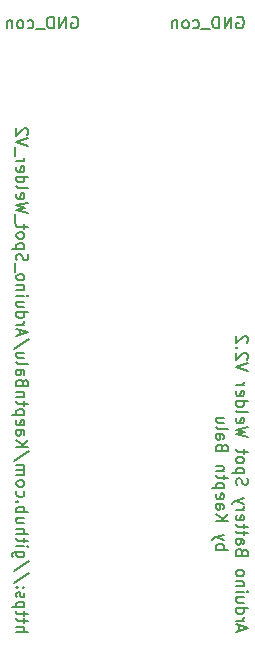
<source format=gbr>
G04 #@! TF.FileFunction,Legend,Bot*
%FSLAX46Y46*%
G04 Gerber Fmt 4.6, Leading zero omitted, Abs format (unit mm)*
G04 Created by KiCad (PCBNEW 4.0.4-stable) date 05/01/17 17:17:45*
%MOMM*%
%LPD*%
G01*
G04 APERTURE LIST*
%ADD10C,0.100000*%
%ADD11C,0.200000*%
%ADD12C,0.150000*%
G04 APERTURE END LIST*
D10*
D11*
X145797619Y-123535717D02*
X146797619Y-123535717D01*
X145797619Y-123107145D02*
X146321429Y-123107145D01*
X146416667Y-123154764D01*
X146464286Y-123250002D01*
X146464286Y-123392860D01*
X146416667Y-123488098D01*
X146369048Y-123535717D01*
X146464286Y-122773812D02*
X146464286Y-122392860D01*
X146797619Y-122630955D02*
X145940476Y-122630955D01*
X145845238Y-122583336D01*
X145797619Y-122488098D01*
X145797619Y-122392860D01*
X146464286Y-122202383D02*
X146464286Y-121821431D01*
X146797619Y-122059526D02*
X145940476Y-122059526D01*
X145845238Y-122011907D01*
X145797619Y-121916669D01*
X145797619Y-121821431D01*
X146464286Y-121488097D02*
X145464286Y-121488097D01*
X146416667Y-121488097D02*
X146464286Y-121392859D01*
X146464286Y-121202382D01*
X146416667Y-121107144D01*
X146369048Y-121059525D01*
X146273810Y-121011906D01*
X145988095Y-121011906D01*
X145892857Y-121059525D01*
X145845238Y-121107144D01*
X145797619Y-121202382D01*
X145797619Y-121392859D01*
X145845238Y-121488097D01*
X145845238Y-120630954D02*
X145797619Y-120535716D01*
X145797619Y-120345240D01*
X145845238Y-120250001D01*
X145940476Y-120202382D01*
X145988095Y-120202382D01*
X146083333Y-120250001D01*
X146130952Y-120345240D01*
X146130952Y-120488097D01*
X146178571Y-120583335D01*
X146273810Y-120630954D01*
X146321429Y-120630954D01*
X146416667Y-120583335D01*
X146464286Y-120488097D01*
X146464286Y-120345240D01*
X146416667Y-120250001D01*
X145892857Y-119773811D02*
X145845238Y-119726192D01*
X145797619Y-119773811D01*
X145845238Y-119821430D01*
X145892857Y-119773811D01*
X145797619Y-119773811D01*
X146416667Y-119773811D02*
X146369048Y-119726192D01*
X146321429Y-119773811D01*
X146369048Y-119821430D01*
X146416667Y-119773811D01*
X146321429Y-119773811D01*
X146845238Y-118583335D02*
X145559524Y-119440478D01*
X146845238Y-117535716D02*
X145559524Y-118392859D01*
X146464286Y-116773811D02*
X145654762Y-116773811D01*
X145559524Y-116821430D01*
X145511905Y-116869049D01*
X145464286Y-116964288D01*
X145464286Y-117107145D01*
X145511905Y-117202383D01*
X145845238Y-116773811D02*
X145797619Y-116869049D01*
X145797619Y-117059526D01*
X145845238Y-117154764D01*
X145892857Y-117202383D01*
X145988095Y-117250002D01*
X146273810Y-117250002D01*
X146369048Y-117202383D01*
X146416667Y-117154764D01*
X146464286Y-117059526D01*
X146464286Y-116869049D01*
X146416667Y-116773811D01*
X145797619Y-116297621D02*
X146464286Y-116297621D01*
X146797619Y-116297621D02*
X146750000Y-116345240D01*
X146702381Y-116297621D01*
X146750000Y-116250002D01*
X146797619Y-116297621D01*
X146702381Y-116297621D01*
X146464286Y-115964288D02*
X146464286Y-115583336D01*
X146797619Y-115821431D02*
X145940476Y-115821431D01*
X145845238Y-115773812D01*
X145797619Y-115678574D01*
X145797619Y-115583336D01*
X145797619Y-115250002D02*
X146797619Y-115250002D01*
X145797619Y-114821430D02*
X146321429Y-114821430D01*
X146416667Y-114869049D01*
X146464286Y-114964287D01*
X146464286Y-115107145D01*
X146416667Y-115202383D01*
X146369048Y-115250002D01*
X146464286Y-113916668D02*
X145797619Y-113916668D01*
X146464286Y-114345240D02*
X145940476Y-114345240D01*
X145845238Y-114297621D01*
X145797619Y-114202383D01*
X145797619Y-114059525D01*
X145845238Y-113964287D01*
X145892857Y-113916668D01*
X145797619Y-113440478D02*
X146797619Y-113440478D01*
X146416667Y-113440478D02*
X146464286Y-113345240D01*
X146464286Y-113154763D01*
X146416667Y-113059525D01*
X146369048Y-113011906D01*
X146273810Y-112964287D01*
X145988095Y-112964287D01*
X145892857Y-113011906D01*
X145845238Y-113059525D01*
X145797619Y-113154763D01*
X145797619Y-113345240D01*
X145845238Y-113440478D01*
X145892857Y-112535716D02*
X145845238Y-112488097D01*
X145797619Y-112535716D01*
X145845238Y-112583335D01*
X145892857Y-112535716D01*
X145797619Y-112535716D01*
X145845238Y-111630954D02*
X145797619Y-111726192D01*
X145797619Y-111916669D01*
X145845238Y-112011907D01*
X145892857Y-112059526D01*
X145988095Y-112107145D01*
X146273810Y-112107145D01*
X146369048Y-112059526D01*
X146416667Y-112011907D01*
X146464286Y-111916669D01*
X146464286Y-111726192D01*
X146416667Y-111630954D01*
X145797619Y-111059526D02*
X145845238Y-111154764D01*
X145892857Y-111202383D01*
X145988095Y-111250002D01*
X146273810Y-111250002D01*
X146369048Y-111202383D01*
X146416667Y-111154764D01*
X146464286Y-111059526D01*
X146464286Y-110916668D01*
X146416667Y-110821430D01*
X146369048Y-110773811D01*
X146273810Y-110726192D01*
X145988095Y-110726192D01*
X145892857Y-110773811D01*
X145845238Y-110821430D01*
X145797619Y-110916668D01*
X145797619Y-111059526D01*
X145797619Y-110297621D02*
X146464286Y-110297621D01*
X146369048Y-110297621D02*
X146416667Y-110250002D01*
X146464286Y-110154764D01*
X146464286Y-110011906D01*
X146416667Y-109916668D01*
X146321429Y-109869049D01*
X145797619Y-109869049D01*
X146321429Y-109869049D02*
X146416667Y-109821430D01*
X146464286Y-109726192D01*
X146464286Y-109583335D01*
X146416667Y-109488097D01*
X146321429Y-109440478D01*
X145797619Y-109440478D01*
X146845238Y-108250002D02*
X145559524Y-109107145D01*
X145797619Y-107916669D02*
X146797619Y-107916669D01*
X145797619Y-107345240D02*
X146369048Y-107773812D01*
X146797619Y-107345240D02*
X146226190Y-107916669D01*
X145797619Y-106488097D02*
X146321429Y-106488097D01*
X146416667Y-106535716D01*
X146464286Y-106630954D01*
X146464286Y-106821431D01*
X146416667Y-106916669D01*
X145845238Y-106488097D02*
X145797619Y-106583335D01*
X145797619Y-106821431D01*
X145845238Y-106916669D01*
X145940476Y-106964288D01*
X146035714Y-106964288D01*
X146130952Y-106916669D01*
X146178571Y-106821431D01*
X146178571Y-106583335D01*
X146226190Y-106488097D01*
X145845238Y-105630954D02*
X145797619Y-105726192D01*
X145797619Y-105916669D01*
X145845238Y-106011907D01*
X145940476Y-106059526D01*
X146321429Y-106059526D01*
X146416667Y-106011907D01*
X146464286Y-105916669D01*
X146464286Y-105726192D01*
X146416667Y-105630954D01*
X146321429Y-105583335D01*
X146226190Y-105583335D01*
X146130952Y-106059526D01*
X146464286Y-105154764D02*
X145464286Y-105154764D01*
X146416667Y-105154764D02*
X146464286Y-105059526D01*
X146464286Y-104869049D01*
X146416667Y-104773811D01*
X146369048Y-104726192D01*
X146273810Y-104678573D01*
X145988095Y-104678573D01*
X145892857Y-104726192D01*
X145845238Y-104773811D01*
X145797619Y-104869049D01*
X145797619Y-105059526D01*
X145845238Y-105154764D01*
X146464286Y-104392859D02*
X146464286Y-104011907D01*
X146797619Y-104250002D02*
X145940476Y-104250002D01*
X145845238Y-104202383D01*
X145797619Y-104107145D01*
X145797619Y-104011907D01*
X146464286Y-103678573D02*
X145797619Y-103678573D01*
X146369048Y-103678573D02*
X146416667Y-103630954D01*
X146464286Y-103535716D01*
X146464286Y-103392858D01*
X146416667Y-103297620D01*
X146321429Y-103250001D01*
X145797619Y-103250001D01*
X146321429Y-102440477D02*
X146273810Y-102297620D01*
X146226190Y-102250001D01*
X146130952Y-102202382D01*
X145988095Y-102202382D01*
X145892857Y-102250001D01*
X145845238Y-102297620D01*
X145797619Y-102392858D01*
X145797619Y-102773811D01*
X146797619Y-102773811D01*
X146797619Y-102440477D01*
X146750000Y-102345239D01*
X146702381Y-102297620D01*
X146607143Y-102250001D01*
X146511905Y-102250001D01*
X146416667Y-102297620D01*
X146369048Y-102345239D01*
X146321429Y-102440477D01*
X146321429Y-102773811D01*
X145797619Y-101345239D02*
X146321429Y-101345239D01*
X146416667Y-101392858D01*
X146464286Y-101488096D01*
X146464286Y-101678573D01*
X146416667Y-101773811D01*
X145845238Y-101345239D02*
X145797619Y-101440477D01*
X145797619Y-101678573D01*
X145845238Y-101773811D01*
X145940476Y-101821430D01*
X146035714Y-101821430D01*
X146130952Y-101773811D01*
X146178571Y-101678573D01*
X146178571Y-101440477D01*
X146226190Y-101345239D01*
X145797619Y-100726192D02*
X145845238Y-100821430D01*
X145940476Y-100869049D01*
X146797619Y-100869049D01*
X146464286Y-99916667D02*
X145797619Y-99916667D01*
X146464286Y-100345239D02*
X145940476Y-100345239D01*
X145845238Y-100297620D01*
X145797619Y-100202382D01*
X145797619Y-100059524D01*
X145845238Y-99964286D01*
X145892857Y-99916667D01*
X146845238Y-98726191D02*
X145559524Y-99583334D01*
X146083333Y-98440477D02*
X146083333Y-97964286D01*
X145797619Y-98535715D02*
X146797619Y-98202382D01*
X145797619Y-97869048D01*
X145797619Y-97535715D02*
X146464286Y-97535715D01*
X146273810Y-97535715D02*
X146369048Y-97488096D01*
X146416667Y-97440477D01*
X146464286Y-97345239D01*
X146464286Y-97250000D01*
X145797619Y-96488095D02*
X146797619Y-96488095D01*
X145845238Y-96488095D02*
X145797619Y-96583333D01*
X145797619Y-96773810D01*
X145845238Y-96869048D01*
X145892857Y-96916667D01*
X145988095Y-96964286D01*
X146273810Y-96964286D01*
X146369048Y-96916667D01*
X146416667Y-96869048D01*
X146464286Y-96773810D01*
X146464286Y-96583333D01*
X146416667Y-96488095D01*
X146464286Y-95583333D02*
X145797619Y-95583333D01*
X146464286Y-96011905D02*
X145940476Y-96011905D01*
X145845238Y-95964286D01*
X145797619Y-95869048D01*
X145797619Y-95726190D01*
X145845238Y-95630952D01*
X145892857Y-95583333D01*
X145797619Y-95107143D02*
X146464286Y-95107143D01*
X146797619Y-95107143D02*
X146750000Y-95154762D01*
X146702381Y-95107143D01*
X146750000Y-95059524D01*
X146797619Y-95107143D01*
X146702381Y-95107143D01*
X146464286Y-94630953D02*
X145797619Y-94630953D01*
X146369048Y-94630953D02*
X146416667Y-94583334D01*
X146464286Y-94488096D01*
X146464286Y-94345238D01*
X146416667Y-94250000D01*
X146321429Y-94202381D01*
X145797619Y-94202381D01*
X145797619Y-93583334D02*
X145845238Y-93678572D01*
X145892857Y-93726191D01*
X145988095Y-93773810D01*
X146273810Y-93773810D01*
X146369048Y-93726191D01*
X146416667Y-93678572D01*
X146464286Y-93583334D01*
X146464286Y-93440476D01*
X146416667Y-93345238D01*
X146369048Y-93297619D01*
X146273810Y-93250000D01*
X145988095Y-93250000D01*
X145892857Y-93297619D01*
X145845238Y-93345238D01*
X145797619Y-93440476D01*
X145797619Y-93583334D01*
X145702381Y-93059524D02*
X145702381Y-92297619D01*
X145845238Y-92107143D02*
X145797619Y-91964286D01*
X145797619Y-91726190D01*
X145845238Y-91630952D01*
X145892857Y-91583333D01*
X145988095Y-91535714D01*
X146083333Y-91535714D01*
X146178571Y-91583333D01*
X146226190Y-91630952D01*
X146273810Y-91726190D01*
X146321429Y-91916667D01*
X146369048Y-92011905D01*
X146416667Y-92059524D01*
X146511905Y-92107143D01*
X146607143Y-92107143D01*
X146702381Y-92059524D01*
X146750000Y-92011905D01*
X146797619Y-91916667D01*
X146797619Y-91678571D01*
X146750000Y-91535714D01*
X146464286Y-91107143D02*
X145464286Y-91107143D01*
X146416667Y-91107143D02*
X146464286Y-91011905D01*
X146464286Y-90821428D01*
X146416667Y-90726190D01*
X146369048Y-90678571D01*
X146273810Y-90630952D01*
X145988095Y-90630952D01*
X145892857Y-90678571D01*
X145845238Y-90726190D01*
X145797619Y-90821428D01*
X145797619Y-91011905D01*
X145845238Y-91107143D01*
X145797619Y-90059524D02*
X145845238Y-90154762D01*
X145892857Y-90202381D01*
X145988095Y-90250000D01*
X146273810Y-90250000D01*
X146369048Y-90202381D01*
X146416667Y-90154762D01*
X146464286Y-90059524D01*
X146464286Y-89916666D01*
X146416667Y-89821428D01*
X146369048Y-89773809D01*
X146273810Y-89726190D01*
X145988095Y-89726190D01*
X145892857Y-89773809D01*
X145845238Y-89821428D01*
X145797619Y-89916666D01*
X145797619Y-90059524D01*
X146464286Y-89440476D02*
X146464286Y-89059524D01*
X146797619Y-89297619D02*
X145940476Y-89297619D01*
X145845238Y-89250000D01*
X145797619Y-89154762D01*
X145797619Y-89059524D01*
X145702381Y-88964285D02*
X145702381Y-88202380D01*
X146797619Y-88059523D02*
X145797619Y-87821428D01*
X146511905Y-87630951D01*
X145797619Y-87440475D01*
X146797619Y-87202380D01*
X145845238Y-86440475D02*
X145797619Y-86535713D01*
X145797619Y-86726190D01*
X145845238Y-86821428D01*
X145940476Y-86869047D01*
X146321429Y-86869047D01*
X146416667Y-86821428D01*
X146464286Y-86726190D01*
X146464286Y-86535713D01*
X146416667Y-86440475D01*
X146321429Y-86392856D01*
X146226190Y-86392856D01*
X146130952Y-86869047D01*
X145797619Y-85821428D02*
X145845238Y-85916666D01*
X145940476Y-85964285D01*
X146797619Y-85964285D01*
X145797619Y-85011903D02*
X146797619Y-85011903D01*
X145845238Y-85011903D02*
X145797619Y-85107141D01*
X145797619Y-85297618D01*
X145845238Y-85392856D01*
X145892857Y-85440475D01*
X145988095Y-85488094D01*
X146273810Y-85488094D01*
X146369048Y-85440475D01*
X146416667Y-85392856D01*
X146464286Y-85297618D01*
X146464286Y-85107141D01*
X146416667Y-85011903D01*
X145845238Y-84154760D02*
X145797619Y-84249998D01*
X145797619Y-84440475D01*
X145845238Y-84535713D01*
X145940476Y-84583332D01*
X146321429Y-84583332D01*
X146416667Y-84535713D01*
X146464286Y-84440475D01*
X146464286Y-84249998D01*
X146416667Y-84154760D01*
X146321429Y-84107141D01*
X146226190Y-84107141D01*
X146130952Y-84583332D01*
X145797619Y-83678570D02*
X146464286Y-83678570D01*
X146273810Y-83678570D02*
X146369048Y-83630951D01*
X146416667Y-83583332D01*
X146464286Y-83488094D01*
X146464286Y-83392855D01*
X145702381Y-83297617D02*
X145702381Y-82535712D01*
X146797619Y-82440474D02*
X145797619Y-82107141D01*
X146797619Y-81773807D01*
X146702381Y-81488093D02*
X146750000Y-81440474D01*
X146797619Y-81345236D01*
X146797619Y-81107140D01*
X146750000Y-81011902D01*
X146702381Y-80964283D01*
X146607143Y-80916664D01*
X146511905Y-80916664D01*
X146369048Y-80964283D01*
X145797619Y-81535712D01*
X145797619Y-80916664D01*
X164683333Y-123500002D02*
X164683333Y-123023811D01*
X164397619Y-123595240D02*
X165397619Y-123261907D01*
X164397619Y-122928573D01*
X164397619Y-122595240D02*
X165064286Y-122595240D01*
X164873810Y-122595240D02*
X164969048Y-122547621D01*
X165016667Y-122500002D01*
X165064286Y-122404764D01*
X165064286Y-122309525D01*
X164397619Y-121547620D02*
X165397619Y-121547620D01*
X164445238Y-121547620D02*
X164397619Y-121642858D01*
X164397619Y-121833335D01*
X164445238Y-121928573D01*
X164492857Y-121976192D01*
X164588095Y-122023811D01*
X164873810Y-122023811D01*
X164969048Y-121976192D01*
X165016667Y-121928573D01*
X165064286Y-121833335D01*
X165064286Y-121642858D01*
X165016667Y-121547620D01*
X165064286Y-120642858D02*
X164397619Y-120642858D01*
X165064286Y-121071430D02*
X164540476Y-121071430D01*
X164445238Y-121023811D01*
X164397619Y-120928573D01*
X164397619Y-120785715D01*
X164445238Y-120690477D01*
X164492857Y-120642858D01*
X164397619Y-120166668D02*
X165064286Y-120166668D01*
X165397619Y-120166668D02*
X165350000Y-120214287D01*
X165302381Y-120166668D01*
X165350000Y-120119049D01*
X165397619Y-120166668D01*
X165302381Y-120166668D01*
X165064286Y-119690478D02*
X164397619Y-119690478D01*
X164969048Y-119690478D02*
X165016667Y-119642859D01*
X165064286Y-119547621D01*
X165064286Y-119404763D01*
X165016667Y-119309525D01*
X164921429Y-119261906D01*
X164397619Y-119261906D01*
X164397619Y-118642859D02*
X164445238Y-118738097D01*
X164492857Y-118785716D01*
X164588095Y-118833335D01*
X164873810Y-118833335D01*
X164969048Y-118785716D01*
X165016667Y-118738097D01*
X165064286Y-118642859D01*
X165064286Y-118500001D01*
X165016667Y-118404763D01*
X164969048Y-118357144D01*
X164873810Y-118309525D01*
X164588095Y-118309525D01*
X164492857Y-118357144D01*
X164445238Y-118404763D01*
X164397619Y-118500001D01*
X164397619Y-118642859D01*
X164921429Y-116785715D02*
X164873810Y-116642858D01*
X164826190Y-116595239D01*
X164730952Y-116547620D01*
X164588095Y-116547620D01*
X164492857Y-116595239D01*
X164445238Y-116642858D01*
X164397619Y-116738096D01*
X164397619Y-117119049D01*
X165397619Y-117119049D01*
X165397619Y-116785715D01*
X165350000Y-116690477D01*
X165302381Y-116642858D01*
X165207143Y-116595239D01*
X165111905Y-116595239D01*
X165016667Y-116642858D01*
X164969048Y-116690477D01*
X164921429Y-116785715D01*
X164921429Y-117119049D01*
X164397619Y-115690477D02*
X164921429Y-115690477D01*
X165016667Y-115738096D01*
X165064286Y-115833334D01*
X165064286Y-116023811D01*
X165016667Y-116119049D01*
X164445238Y-115690477D02*
X164397619Y-115785715D01*
X164397619Y-116023811D01*
X164445238Y-116119049D01*
X164540476Y-116166668D01*
X164635714Y-116166668D01*
X164730952Y-116119049D01*
X164778571Y-116023811D01*
X164778571Y-115785715D01*
X164826190Y-115690477D01*
X165064286Y-115357144D02*
X165064286Y-114976192D01*
X165397619Y-115214287D02*
X164540476Y-115214287D01*
X164445238Y-115166668D01*
X164397619Y-115071430D01*
X164397619Y-114976192D01*
X165064286Y-114785715D02*
X165064286Y-114404763D01*
X165397619Y-114642858D02*
X164540476Y-114642858D01*
X164445238Y-114595239D01*
X164397619Y-114500001D01*
X164397619Y-114404763D01*
X164445238Y-113690476D02*
X164397619Y-113785714D01*
X164397619Y-113976191D01*
X164445238Y-114071429D01*
X164540476Y-114119048D01*
X164921429Y-114119048D01*
X165016667Y-114071429D01*
X165064286Y-113976191D01*
X165064286Y-113785714D01*
X165016667Y-113690476D01*
X164921429Y-113642857D01*
X164826190Y-113642857D01*
X164730952Y-114119048D01*
X164397619Y-113214286D02*
X165064286Y-113214286D01*
X164873810Y-113214286D02*
X164969048Y-113166667D01*
X165016667Y-113119048D01*
X165064286Y-113023810D01*
X165064286Y-112928571D01*
X165064286Y-112690476D02*
X164397619Y-112452381D01*
X165064286Y-112214285D02*
X164397619Y-112452381D01*
X164159524Y-112547619D01*
X164111905Y-112595238D01*
X164064286Y-112690476D01*
X164445238Y-111119047D02*
X164397619Y-110976190D01*
X164397619Y-110738094D01*
X164445238Y-110642856D01*
X164492857Y-110595237D01*
X164588095Y-110547618D01*
X164683333Y-110547618D01*
X164778571Y-110595237D01*
X164826190Y-110642856D01*
X164873810Y-110738094D01*
X164921429Y-110928571D01*
X164969048Y-111023809D01*
X165016667Y-111071428D01*
X165111905Y-111119047D01*
X165207143Y-111119047D01*
X165302381Y-111071428D01*
X165350000Y-111023809D01*
X165397619Y-110928571D01*
X165397619Y-110690475D01*
X165350000Y-110547618D01*
X165064286Y-110119047D02*
X164064286Y-110119047D01*
X165016667Y-110119047D02*
X165064286Y-110023809D01*
X165064286Y-109833332D01*
X165016667Y-109738094D01*
X164969048Y-109690475D01*
X164873810Y-109642856D01*
X164588095Y-109642856D01*
X164492857Y-109690475D01*
X164445238Y-109738094D01*
X164397619Y-109833332D01*
X164397619Y-110023809D01*
X164445238Y-110119047D01*
X164397619Y-109071428D02*
X164445238Y-109166666D01*
X164492857Y-109214285D01*
X164588095Y-109261904D01*
X164873810Y-109261904D01*
X164969048Y-109214285D01*
X165016667Y-109166666D01*
X165064286Y-109071428D01*
X165064286Y-108928570D01*
X165016667Y-108833332D01*
X164969048Y-108785713D01*
X164873810Y-108738094D01*
X164588095Y-108738094D01*
X164492857Y-108785713D01*
X164445238Y-108833332D01*
X164397619Y-108928570D01*
X164397619Y-109071428D01*
X165064286Y-108452380D02*
X165064286Y-108071428D01*
X165397619Y-108309523D02*
X164540476Y-108309523D01*
X164445238Y-108261904D01*
X164397619Y-108166666D01*
X164397619Y-108071428D01*
X165397619Y-107071427D02*
X164397619Y-106833332D01*
X165111905Y-106642855D01*
X164397619Y-106452379D01*
X165397619Y-106214284D01*
X164445238Y-105452379D02*
X164397619Y-105547617D01*
X164397619Y-105738094D01*
X164445238Y-105833332D01*
X164540476Y-105880951D01*
X164921429Y-105880951D01*
X165016667Y-105833332D01*
X165064286Y-105738094D01*
X165064286Y-105547617D01*
X165016667Y-105452379D01*
X164921429Y-105404760D01*
X164826190Y-105404760D01*
X164730952Y-105880951D01*
X164397619Y-104833332D02*
X164445238Y-104928570D01*
X164540476Y-104976189D01*
X165397619Y-104976189D01*
X164397619Y-104023807D02*
X165397619Y-104023807D01*
X164445238Y-104023807D02*
X164397619Y-104119045D01*
X164397619Y-104309522D01*
X164445238Y-104404760D01*
X164492857Y-104452379D01*
X164588095Y-104499998D01*
X164873810Y-104499998D01*
X164969048Y-104452379D01*
X165016667Y-104404760D01*
X165064286Y-104309522D01*
X165064286Y-104119045D01*
X165016667Y-104023807D01*
X164445238Y-103166664D02*
X164397619Y-103261902D01*
X164397619Y-103452379D01*
X164445238Y-103547617D01*
X164540476Y-103595236D01*
X164921429Y-103595236D01*
X165016667Y-103547617D01*
X165064286Y-103452379D01*
X165064286Y-103261902D01*
X165016667Y-103166664D01*
X164921429Y-103119045D01*
X164826190Y-103119045D01*
X164730952Y-103595236D01*
X164397619Y-102690474D02*
X165064286Y-102690474D01*
X164873810Y-102690474D02*
X164969048Y-102642855D01*
X165016667Y-102595236D01*
X165064286Y-102499998D01*
X165064286Y-102404759D01*
X165397619Y-101452378D02*
X164397619Y-101119045D01*
X165397619Y-100785711D01*
X165302381Y-100499997D02*
X165350000Y-100452378D01*
X165397619Y-100357140D01*
X165397619Y-100119044D01*
X165350000Y-100023806D01*
X165302381Y-99976187D01*
X165207143Y-99928568D01*
X165111905Y-99928568D01*
X164969048Y-99976187D01*
X164397619Y-100547616D01*
X164397619Y-99928568D01*
X164492857Y-99499997D02*
X164445238Y-99452378D01*
X164397619Y-99499997D01*
X164445238Y-99547616D01*
X164492857Y-99499997D01*
X164397619Y-99499997D01*
X165302381Y-99071426D02*
X165350000Y-99023807D01*
X165397619Y-98928569D01*
X165397619Y-98690473D01*
X165350000Y-98595235D01*
X165302381Y-98547616D01*
X165207143Y-98499997D01*
X165111905Y-98499997D01*
X164969048Y-98547616D01*
X164397619Y-99119045D01*
X164397619Y-98499997D01*
X162697619Y-116595239D02*
X163697619Y-116595239D01*
X163316667Y-116595239D02*
X163364286Y-116500001D01*
X163364286Y-116309524D01*
X163316667Y-116214286D01*
X163269048Y-116166667D01*
X163173810Y-116119048D01*
X162888095Y-116119048D01*
X162792857Y-116166667D01*
X162745238Y-116214286D01*
X162697619Y-116309524D01*
X162697619Y-116500001D01*
X162745238Y-116595239D01*
X163364286Y-115785715D02*
X162697619Y-115547620D01*
X163364286Y-115309524D02*
X162697619Y-115547620D01*
X162459524Y-115642858D01*
X162411905Y-115690477D01*
X162364286Y-115785715D01*
X162697619Y-114166667D02*
X163697619Y-114166667D01*
X162697619Y-113595238D02*
X163269048Y-114023810D01*
X163697619Y-113595238D02*
X163126190Y-114166667D01*
X162697619Y-112738095D02*
X163221429Y-112738095D01*
X163316667Y-112785714D01*
X163364286Y-112880952D01*
X163364286Y-113071429D01*
X163316667Y-113166667D01*
X162745238Y-112738095D02*
X162697619Y-112833333D01*
X162697619Y-113071429D01*
X162745238Y-113166667D01*
X162840476Y-113214286D01*
X162935714Y-113214286D01*
X163030952Y-113166667D01*
X163078571Y-113071429D01*
X163078571Y-112833333D01*
X163126190Y-112738095D01*
X162745238Y-111880952D02*
X162697619Y-111976190D01*
X162697619Y-112166667D01*
X162745238Y-112261905D01*
X162840476Y-112309524D01*
X163221429Y-112309524D01*
X163316667Y-112261905D01*
X163364286Y-112166667D01*
X163364286Y-111976190D01*
X163316667Y-111880952D01*
X163221429Y-111833333D01*
X163126190Y-111833333D01*
X163030952Y-112309524D01*
X163364286Y-111404762D02*
X162364286Y-111404762D01*
X163316667Y-111404762D02*
X163364286Y-111309524D01*
X163364286Y-111119047D01*
X163316667Y-111023809D01*
X163269048Y-110976190D01*
X163173810Y-110928571D01*
X162888095Y-110928571D01*
X162792857Y-110976190D01*
X162745238Y-111023809D01*
X162697619Y-111119047D01*
X162697619Y-111309524D01*
X162745238Y-111404762D01*
X163364286Y-110642857D02*
X163364286Y-110261905D01*
X163697619Y-110500000D02*
X162840476Y-110500000D01*
X162745238Y-110452381D01*
X162697619Y-110357143D01*
X162697619Y-110261905D01*
X163364286Y-109928571D02*
X162697619Y-109928571D01*
X163269048Y-109928571D02*
X163316667Y-109880952D01*
X163364286Y-109785714D01*
X163364286Y-109642856D01*
X163316667Y-109547618D01*
X163221429Y-109499999D01*
X162697619Y-109499999D01*
X163221429Y-107928570D02*
X163173810Y-107785713D01*
X163126190Y-107738094D01*
X163030952Y-107690475D01*
X162888095Y-107690475D01*
X162792857Y-107738094D01*
X162745238Y-107785713D01*
X162697619Y-107880951D01*
X162697619Y-108261904D01*
X163697619Y-108261904D01*
X163697619Y-107928570D01*
X163650000Y-107833332D01*
X163602381Y-107785713D01*
X163507143Y-107738094D01*
X163411905Y-107738094D01*
X163316667Y-107785713D01*
X163269048Y-107833332D01*
X163221429Y-107928570D01*
X163221429Y-108261904D01*
X162697619Y-106833332D02*
X163221429Y-106833332D01*
X163316667Y-106880951D01*
X163364286Y-106976189D01*
X163364286Y-107166666D01*
X163316667Y-107261904D01*
X162745238Y-106833332D02*
X162697619Y-106928570D01*
X162697619Y-107166666D01*
X162745238Y-107261904D01*
X162840476Y-107309523D01*
X162935714Y-107309523D01*
X163030952Y-107261904D01*
X163078571Y-107166666D01*
X163078571Y-106928570D01*
X163126190Y-106833332D01*
X162697619Y-106214285D02*
X162745238Y-106309523D01*
X162840476Y-106357142D01*
X163697619Y-106357142D01*
X163364286Y-105404760D02*
X162697619Y-105404760D01*
X163364286Y-105833332D02*
X162840476Y-105833332D01*
X162745238Y-105785713D01*
X162697619Y-105690475D01*
X162697619Y-105547617D01*
X162745238Y-105452379D01*
X162792857Y-105404760D01*
D12*
X150476190Y-71500000D02*
X150571428Y-71452381D01*
X150714285Y-71452381D01*
X150857143Y-71500000D01*
X150952381Y-71595238D01*
X151000000Y-71690476D01*
X151047619Y-71880952D01*
X151047619Y-72023810D01*
X151000000Y-72214286D01*
X150952381Y-72309524D01*
X150857143Y-72404762D01*
X150714285Y-72452381D01*
X150619047Y-72452381D01*
X150476190Y-72404762D01*
X150428571Y-72357143D01*
X150428571Y-72023810D01*
X150619047Y-72023810D01*
X150000000Y-72452381D02*
X150000000Y-71452381D01*
X149428571Y-72452381D01*
X149428571Y-71452381D01*
X148952381Y-72452381D02*
X148952381Y-71452381D01*
X148714286Y-71452381D01*
X148571428Y-71500000D01*
X148476190Y-71595238D01*
X148428571Y-71690476D01*
X148380952Y-71880952D01*
X148380952Y-72023810D01*
X148428571Y-72214286D01*
X148476190Y-72309524D01*
X148571428Y-72404762D01*
X148714286Y-72452381D01*
X148952381Y-72452381D01*
X148190476Y-72547619D02*
X147428571Y-72547619D01*
X146761904Y-72404762D02*
X146857142Y-72452381D01*
X147047619Y-72452381D01*
X147142857Y-72404762D01*
X147190476Y-72357143D01*
X147238095Y-72261905D01*
X147238095Y-71976190D01*
X147190476Y-71880952D01*
X147142857Y-71833333D01*
X147047619Y-71785714D01*
X146857142Y-71785714D01*
X146761904Y-71833333D01*
X146190476Y-72452381D02*
X146285714Y-72404762D01*
X146333333Y-72357143D01*
X146380952Y-72261905D01*
X146380952Y-71976190D01*
X146333333Y-71880952D01*
X146285714Y-71833333D01*
X146190476Y-71785714D01*
X146047618Y-71785714D01*
X145952380Y-71833333D01*
X145904761Y-71880952D01*
X145857142Y-71976190D01*
X145857142Y-72261905D01*
X145904761Y-72357143D01*
X145952380Y-72404762D01*
X146047618Y-72452381D01*
X146190476Y-72452381D01*
X145428571Y-71785714D02*
X145428571Y-72452381D01*
X145428571Y-71880952D02*
X145380952Y-71833333D01*
X145285714Y-71785714D01*
X145142856Y-71785714D01*
X145047618Y-71833333D01*
X144999999Y-71928571D01*
X144999999Y-72452381D01*
X164476190Y-71500000D02*
X164571428Y-71452381D01*
X164714285Y-71452381D01*
X164857143Y-71500000D01*
X164952381Y-71595238D01*
X165000000Y-71690476D01*
X165047619Y-71880952D01*
X165047619Y-72023810D01*
X165000000Y-72214286D01*
X164952381Y-72309524D01*
X164857143Y-72404762D01*
X164714285Y-72452381D01*
X164619047Y-72452381D01*
X164476190Y-72404762D01*
X164428571Y-72357143D01*
X164428571Y-72023810D01*
X164619047Y-72023810D01*
X164000000Y-72452381D02*
X164000000Y-71452381D01*
X163428571Y-72452381D01*
X163428571Y-71452381D01*
X162952381Y-72452381D02*
X162952381Y-71452381D01*
X162714286Y-71452381D01*
X162571428Y-71500000D01*
X162476190Y-71595238D01*
X162428571Y-71690476D01*
X162380952Y-71880952D01*
X162380952Y-72023810D01*
X162428571Y-72214286D01*
X162476190Y-72309524D01*
X162571428Y-72404762D01*
X162714286Y-72452381D01*
X162952381Y-72452381D01*
X162190476Y-72547619D02*
X161428571Y-72547619D01*
X160761904Y-72404762D02*
X160857142Y-72452381D01*
X161047619Y-72452381D01*
X161142857Y-72404762D01*
X161190476Y-72357143D01*
X161238095Y-72261905D01*
X161238095Y-71976190D01*
X161190476Y-71880952D01*
X161142857Y-71833333D01*
X161047619Y-71785714D01*
X160857142Y-71785714D01*
X160761904Y-71833333D01*
X160190476Y-72452381D02*
X160285714Y-72404762D01*
X160333333Y-72357143D01*
X160380952Y-72261905D01*
X160380952Y-71976190D01*
X160333333Y-71880952D01*
X160285714Y-71833333D01*
X160190476Y-71785714D01*
X160047618Y-71785714D01*
X159952380Y-71833333D01*
X159904761Y-71880952D01*
X159857142Y-71976190D01*
X159857142Y-72261905D01*
X159904761Y-72357143D01*
X159952380Y-72404762D01*
X160047618Y-72452381D01*
X160190476Y-72452381D01*
X159428571Y-71785714D02*
X159428571Y-72452381D01*
X159428571Y-71880952D02*
X159380952Y-71833333D01*
X159285714Y-71785714D01*
X159142856Y-71785714D01*
X159047618Y-71833333D01*
X158999999Y-71928571D01*
X158999999Y-72452381D01*
M02*

</source>
